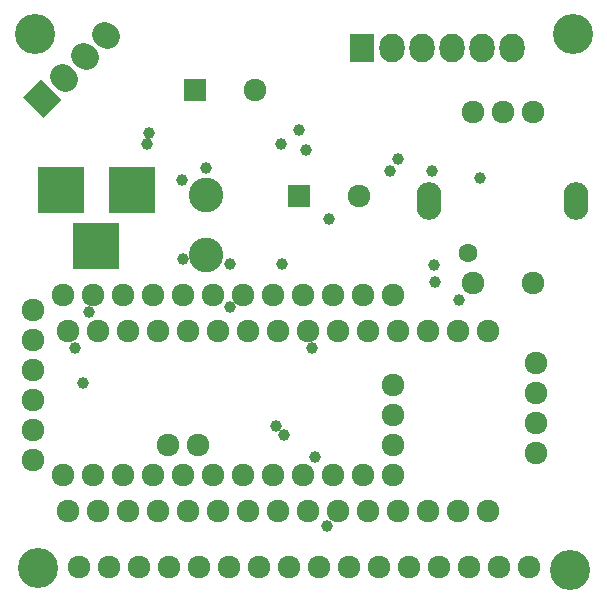
<source format=gts>
G04 #@! TF.FileFunction,Soldermask,Top*
%FSLAX46Y46*%
G04 Gerber Fmt 4.6, Leading zero omitted, Abs format (unit mm)*
G04 Created by KiCad (PCBNEW 4.0.1-stable) date 1/31/2016 9:18:08 PM*
%MOMM*%
G01*
G04 APERTURE LIST*
%ADD10C,0.100000*%
%ADD11R,1.924000X1.924000*%
%ADD12C,1.924000*%
%ADD13C,2.127200*%
%ADD14R,2.127200X2.432000*%
%ADD15O,2.127200X2.432000*%
%ADD16O,2.100000X3.200000*%
%ADD17C,3.400000*%
%ADD18R,3.900120X3.900120*%
%ADD19C,2.940000*%
%ADD20C,1.000000*%
%ADD21C,1.600000*%
G04 APERTURE END LIST*
D10*
D11*
X81407000Y-69088000D03*
D12*
X86487000Y-69088000D03*
D10*
G36*
X61301921Y-60940763D02*
X59797763Y-62444921D01*
X58078079Y-60725237D01*
X59582237Y-59221079D01*
X61301921Y-60940763D01*
X61301921Y-60940763D01*
G37*
D13*
X61593814Y-59144712D02*
X61378288Y-58929186D01*
X63389865Y-57348661D02*
X63174339Y-57133135D01*
X65185917Y-55552609D02*
X64970391Y-55337083D01*
D12*
X61849000Y-95758000D03*
X64389000Y-95758000D03*
X66929000Y-95758000D03*
X69469000Y-95758000D03*
X72009000Y-95758000D03*
X74549000Y-95758000D03*
X77089000Y-95758000D03*
X79629000Y-95758000D03*
X82169000Y-95758000D03*
X84709000Y-95758000D03*
X87249000Y-95758000D03*
X89789000Y-95758000D03*
X92329000Y-95758000D03*
X94869000Y-95758000D03*
X97409000Y-95758000D03*
X97409000Y-80518000D03*
X94869000Y-80518000D03*
X92329000Y-80518000D03*
X89789000Y-80518000D03*
X87249000Y-80518000D03*
X84709000Y-80518000D03*
X82169000Y-80518000D03*
X79629000Y-80518000D03*
X77089000Y-80518000D03*
X74549000Y-80518000D03*
X72009000Y-80518000D03*
X69469000Y-80518000D03*
X66929000Y-80518000D03*
X64389000Y-80518000D03*
X61849000Y-80518000D03*
D11*
X72644000Y-60071000D03*
D12*
X77724000Y-60071000D03*
D14*
X86741000Y-56515000D03*
D15*
X89281000Y-56515000D03*
X91821000Y-56515000D03*
X94361000Y-56515000D03*
X96901000Y-56515000D03*
X99441000Y-56515000D03*
D12*
X101473000Y-83185000D03*
X101473000Y-85725000D03*
X101473000Y-88265000D03*
X101473000Y-90805000D03*
X101219000Y-61976000D03*
X98679000Y-61976000D03*
X96139000Y-61976000D03*
X96139000Y-76476000D03*
X101219000Y-76476000D03*
D16*
X92429000Y-69476000D03*
X104929000Y-69476000D03*
D12*
X62814200Y-100533200D03*
X65354200Y-100533200D03*
X67894200Y-100533200D03*
X70434200Y-100533200D03*
X72974200Y-100533200D03*
X75514200Y-100533200D03*
X78054200Y-100533200D03*
X80594200Y-100533200D03*
X83134200Y-100533200D03*
X85674200Y-100533200D03*
X88214200Y-100533200D03*
X90754200Y-100533200D03*
X93294200Y-100533200D03*
X95834200Y-100533200D03*
X98374200Y-100533200D03*
X100914200Y-100533200D03*
D17*
X59309000Y-100584000D03*
X104648000Y-55372000D03*
X59055000Y-55372000D03*
X104394000Y-100711000D03*
D12*
X89408000Y-85090000D03*
X89408000Y-87630000D03*
X89408000Y-90170000D03*
X89408000Y-92710000D03*
X86868000Y-92710000D03*
X84328000Y-92710000D03*
X81788000Y-92710000D03*
X79248000Y-92710000D03*
X76708000Y-92710000D03*
X74168000Y-92710000D03*
X71628000Y-92710000D03*
X69088000Y-92710000D03*
X66548000Y-92710000D03*
X64008000Y-92710000D03*
X61468000Y-92710000D03*
X58928000Y-91440000D03*
X58928000Y-88900000D03*
X58928000Y-86360000D03*
X58928000Y-83820000D03*
X58928000Y-81280000D03*
X58928000Y-78740000D03*
X61468000Y-77470000D03*
X64008000Y-77470000D03*
X66548000Y-77470000D03*
X69088000Y-77470000D03*
X71628000Y-77470000D03*
X74168000Y-77470000D03*
X76708000Y-77470000D03*
X79248000Y-77470000D03*
X81788000Y-77470000D03*
X84328000Y-77470000D03*
X86868000Y-77470000D03*
X89408000Y-77470000D03*
X70358000Y-90170000D03*
X72898000Y-90170000D03*
D18*
X67287140Y-68580000D03*
X61287660Y-68580000D03*
X64287400Y-73279000D03*
D19*
X73533000Y-68961000D03*
X73533000Y-74041000D03*
D20*
X71501000Y-67691000D03*
X71628000Y-74422000D03*
X75565000Y-78486000D03*
X82042000Y-65151000D03*
X81407000Y-63500000D03*
X79883000Y-64643000D03*
X73533000Y-66675000D03*
X63627000Y-78867000D03*
X62484000Y-81915000D03*
X63182500Y-84899500D03*
X83820000Y-97028000D03*
X96774000Y-67564000D03*
X79502000Y-88519000D03*
X80137000Y-89281000D03*
X92964000Y-76327000D03*
X94996000Y-77851000D03*
X75565000Y-74803000D03*
X80010000Y-74803000D03*
X83947000Y-70993000D03*
X89154000Y-66929000D03*
X92710000Y-66929000D03*
X92837000Y-74930000D03*
X82804000Y-91186000D03*
X82550000Y-81915000D03*
X68580000Y-64643000D03*
X68707000Y-63754000D03*
X89789000Y-65913000D03*
D21*
X95758000Y-73914000D03*
M02*

</source>
